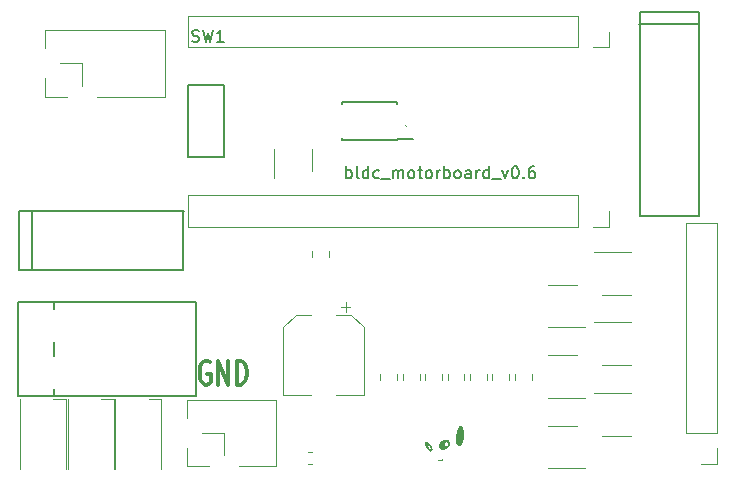
<source format=gbr>
G04 #@! TF.GenerationSoftware,KiCad,Pcbnew,5.0.2-bee76a0~70~ubuntu18.04.1*
G04 #@! TF.CreationDate,2019-11-21T20:22:08+01:00*
G04 #@! TF.ProjectId,board,626f6172-642e-46b6-9963-61645f706362,rev?*
G04 #@! TF.SameCoordinates,Original*
G04 #@! TF.FileFunction,Legend,Top*
G04 #@! TF.FilePolarity,Positive*
%FSLAX46Y46*%
G04 Gerber Fmt 4.6, Leading zero omitted, Abs format (unit mm)*
G04 Created by KiCad (PCBNEW 5.0.2-bee76a0~70~ubuntu18.04.1) date Thu 21 Nov 2019 08:22:08 PM CET*
%MOMM*%
%LPD*%
G01*
G04 APERTURE LIST*
%ADD10C,0.120000*%
%ADD11C,0.300000*%
%ADD12C,0.150000*%
%ADD13C,0.010000*%
%ADD14C,0.060000*%
%ADD15C,0.127000*%
G04 APERTURE END LIST*
D10*
X125900000Y-109700000D02*
X126000000Y-109800000D01*
D11*
X109347142Y-129810000D02*
X109204285Y-129714761D01*
X108990000Y-129714761D01*
X108775714Y-129810000D01*
X108632857Y-130000476D01*
X108561428Y-130190952D01*
X108490000Y-130571904D01*
X108490000Y-130857619D01*
X108561428Y-131238571D01*
X108632857Y-131429047D01*
X108775714Y-131619523D01*
X108990000Y-131714761D01*
X109132857Y-131714761D01*
X109347142Y-131619523D01*
X109418571Y-131524285D01*
X109418571Y-130857619D01*
X109132857Y-130857619D01*
X110061428Y-131714761D02*
X110061428Y-129714761D01*
X110918571Y-131714761D01*
X110918571Y-129714761D01*
X111632857Y-131714761D02*
X111632857Y-129714761D01*
X111990000Y-129714761D01*
X112204285Y-129810000D01*
X112347142Y-130000476D01*
X112418571Y-130190952D01*
X112490000Y-130571904D01*
X112490000Y-130857619D01*
X112418571Y-131238571D01*
X112347142Y-131429047D01*
X112204285Y-131619523D01*
X111990000Y-131714761D01*
X111632857Y-131714761D01*
D12*
X120923809Y-114252380D02*
X120923809Y-113252380D01*
X120923809Y-113633333D02*
X121019047Y-113585714D01*
X121209523Y-113585714D01*
X121304761Y-113633333D01*
X121352380Y-113680952D01*
X121400000Y-113776190D01*
X121400000Y-114061904D01*
X121352380Y-114157142D01*
X121304761Y-114204761D01*
X121209523Y-114252380D01*
X121019047Y-114252380D01*
X120923809Y-114204761D01*
X121971428Y-114252380D02*
X121876190Y-114204761D01*
X121828571Y-114109523D01*
X121828571Y-113252380D01*
X122780952Y-114252380D02*
X122780952Y-113252380D01*
X122780952Y-114204761D02*
X122685714Y-114252380D01*
X122495238Y-114252380D01*
X122400000Y-114204761D01*
X122352380Y-114157142D01*
X122304761Y-114061904D01*
X122304761Y-113776190D01*
X122352380Y-113680952D01*
X122400000Y-113633333D01*
X122495238Y-113585714D01*
X122685714Y-113585714D01*
X122780952Y-113633333D01*
X123685714Y-114204761D02*
X123590476Y-114252380D01*
X123400000Y-114252380D01*
X123304761Y-114204761D01*
X123257142Y-114157142D01*
X123209523Y-114061904D01*
X123209523Y-113776190D01*
X123257142Y-113680952D01*
X123304761Y-113633333D01*
X123400000Y-113585714D01*
X123590476Y-113585714D01*
X123685714Y-113633333D01*
X123876190Y-114347619D02*
X124638095Y-114347619D01*
X124876190Y-114252380D02*
X124876190Y-113585714D01*
X124876190Y-113680952D02*
X124923809Y-113633333D01*
X125019047Y-113585714D01*
X125161904Y-113585714D01*
X125257142Y-113633333D01*
X125304761Y-113728571D01*
X125304761Y-114252380D01*
X125304761Y-113728571D02*
X125352380Y-113633333D01*
X125447619Y-113585714D01*
X125590476Y-113585714D01*
X125685714Y-113633333D01*
X125733333Y-113728571D01*
X125733333Y-114252380D01*
X126352380Y-114252380D02*
X126257142Y-114204761D01*
X126209523Y-114157142D01*
X126161904Y-114061904D01*
X126161904Y-113776190D01*
X126209523Y-113680952D01*
X126257142Y-113633333D01*
X126352380Y-113585714D01*
X126495238Y-113585714D01*
X126590476Y-113633333D01*
X126638095Y-113680952D01*
X126685714Y-113776190D01*
X126685714Y-114061904D01*
X126638095Y-114157142D01*
X126590476Y-114204761D01*
X126495238Y-114252380D01*
X126352380Y-114252380D01*
X126971428Y-113585714D02*
X127352380Y-113585714D01*
X127114285Y-113252380D02*
X127114285Y-114109523D01*
X127161904Y-114204761D01*
X127257142Y-114252380D01*
X127352380Y-114252380D01*
X127828571Y-114252380D02*
X127733333Y-114204761D01*
X127685714Y-114157142D01*
X127638095Y-114061904D01*
X127638095Y-113776190D01*
X127685714Y-113680952D01*
X127733333Y-113633333D01*
X127828571Y-113585714D01*
X127971428Y-113585714D01*
X128066666Y-113633333D01*
X128114285Y-113680952D01*
X128161904Y-113776190D01*
X128161904Y-114061904D01*
X128114285Y-114157142D01*
X128066666Y-114204761D01*
X127971428Y-114252380D01*
X127828571Y-114252380D01*
X128590476Y-114252380D02*
X128590476Y-113585714D01*
X128590476Y-113776190D02*
X128638095Y-113680952D01*
X128685714Y-113633333D01*
X128780952Y-113585714D01*
X128876190Y-113585714D01*
X129209523Y-114252380D02*
X129209523Y-113252380D01*
X129209523Y-113633333D02*
X129304761Y-113585714D01*
X129495238Y-113585714D01*
X129590476Y-113633333D01*
X129638095Y-113680952D01*
X129685714Y-113776190D01*
X129685714Y-114061904D01*
X129638095Y-114157142D01*
X129590476Y-114204761D01*
X129495238Y-114252380D01*
X129304761Y-114252380D01*
X129209523Y-114204761D01*
X130257142Y-114252380D02*
X130161904Y-114204761D01*
X130114285Y-114157142D01*
X130066666Y-114061904D01*
X130066666Y-113776190D01*
X130114285Y-113680952D01*
X130161904Y-113633333D01*
X130257142Y-113585714D01*
X130400000Y-113585714D01*
X130495238Y-113633333D01*
X130542857Y-113680952D01*
X130590476Y-113776190D01*
X130590476Y-114061904D01*
X130542857Y-114157142D01*
X130495238Y-114204761D01*
X130400000Y-114252380D01*
X130257142Y-114252380D01*
X131447619Y-114252380D02*
X131447619Y-113728571D01*
X131400000Y-113633333D01*
X131304761Y-113585714D01*
X131114285Y-113585714D01*
X131019047Y-113633333D01*
X131447619Y-114204761D02*
X131352380Y-114252380D01*
X131114285Y-114252380D01*
X131019047Y-114204761D01*
X130971428Y-114109523D01*
X130971428Y-114014285D01*
X131019047Y-113919047D01*
X131114285Y-113871428D01*
X131352380Y-113871428D01*
X131447619Y-113823809D01*
X131923809Y-114252380D02*
X131923809Y-113585714D01*
X131923809Y-113776190D02*
X131971428Y-113680952D01*
X132019047Y-113633333D01*
X132114285Y-113585714D01*
X132209523Y-113585714D01*
X132971428Y-114252380D02*
X132971428Y-113252380D01*
X132971428Y-114204761D02*
X132876190Y-114252380D01*
X132685714Y-114252380D01*
X132590476Y-114204761D01*
X132542857Y-114157142D01*
X132495238Y-114061904D01*
X132495238Y-113776190D01*
X132542857Y-113680952D01*
X132590476Y-113633333D01*
X132685714Y-113585714D01*
X132876190Y-113585714D01*
X132971428Y-113633333D01*
X133209523Y-114347619D02*
X133971428Y-114347619D01*
X134114285Y-113585714D02*
X134352380Y-114252380D01*
X134590476Y-113585714D01*
X135161904Y-113252380D02*
X135257142Y-113252380D01*
X135352380Y-113300000D01*
X135400000Y-113347619D01*
X135447619Y-113442857D01*
X135495238Y-113633333D01*
X135495238Y-113871428D01*
X135447619Y-114061904D01*
X135400000Y-114157142D01*
X135352380Y-114204761D01*
X135257142Y-114252380D01*
X135161904Y-114252380D01*
X135066666Y-114204761D01*
X135019047Y-114157142D01*
X134971428Y-114061904D01*
X134923809Y-113871428D01*
X134923809Y-113633333D01*
X134971428Y-113442857D01*
X135019047Y-113347619D01*
X135066666Y-113300000D01*
X135161904Y-113252380D01*
X135923809Y-114157142D02*
X135971428Y-114204761D01*
X135923809Y-114252380D01*
X135876190Y-114204761D01*
X135923809Y-114157142D01*
X135923809Y-114252380D01*
X136828571Y-113252380D02*
X136638095Y-113252380D01*
X136542857Y-113300000D01*
X136495238Y-113347619D01*
X136400000Y-113490476D01*
X136352380Y-113680952D01*
X136352380Y-114061904D01*
X136400000Y-114157142D01*
X136447619Y-114204761D01*
X136542857Y-114252380D01*
X136733333Y-114252380D01*
X136828571Y-114204761D01*
X136876190Y-114157142D01*
X136923809Y-114061904D01*
X136923809Y-113823809D01*
X136876190Y-113728571D01*
X136828571Y-113680952D01*
X136733333Y-113633333D01*
X136542857Y-113633333D01*
X136447619Y-113680952D01*
X136400000Y-113728571D01*
X136352380Y-113823809D01*
D10*
G04 #@! TO.C,C32*
X118035000Y-120391422D02*
X118035000Y-120908578D01*
X119455000Y-120391422D02*
X119455000Y-120908578D01*
G04 #@! TO.C,J6*
X143148000Y-101836000D02*
X143148000Y-103166000D01*
X143148000Y-103166000D02*
X141818000Y-103166000D01*
X140548000Y-103166000D02*
X107468000Y-103166000D01*
X107468000Y-100506000D02*
X107468000Y-103166000D01*
X140548000Y-100506000D02*
X107468000Y-100506000D01*
X140548000Y-100506000D02*
X140548000Y-103166000D01*
G04 #@! TO.C,Q2*
X141150000Y-132850000D02*
X138020000Y-132850000D01*
X140480000Y-129250000D02*
X138020000Y-129250000D01*
G04 #@! TO.C,D4*
X97350000Y-138850000D02*
X97350000Y-132950000D01*
X101250000Y-138850000D02*
X101250000Y-132950000D01*
X101250000Y-132950000D02*
X100175000Y-132950000D01*
G04 #@! TO.C,D5*
X97150000Y-132950000D02*
X96075000Y-132950000D01*
X97150000Y-138850000D02*
X97150000Y-132950000D01*
X93250000Y-138850000D02*
X93250000Y-132950000D01*
G04 #@! TO.C,C21*
X129010000Y-130841422D02*
X129010000Y-131358578D01*
X127590000Y-130841422D02*
X127590000Y-131358578D01*
G04 #@! TO.C,C19*
X133290000Y-130841422D02*
X133290000Y-131358578D01*
X134710000Y-130841422D02*
X134710000Y-131358578D01*
G04 #@! TO.C,C18*
X132810000Y-130841422D02*
X132810000Y-131358578D01*
X131390000Y-130841422D02*
X131390000Y-131358578D01*
G04 #@! TO.C,C25*
X115590000Y-132610000D02*
X117940000Y-132610000D01*
X122410000Y-132610000D02*
X120060000Y-132610000D01*
X122410000Y-126854437D02*
X122410000Y-132610000D01*
X115590000Y-126854437D02*
X115590000Y-132610000D01*
X116654437Y-125790000D02*
X117940000Y-125790000D01*
X121345563Y-125790000D02*
X120060000Y-125790000D01*
X121345563Y-125790000D02*
X122410000Y-126854437D01*
X116654437Y-125790000D02*
X115590000Y-126854437D01*
X120847500Y-124762500D02*
X120847500Y-125550000D01*
X121241250Y-125156250D02*
X120453750Y-125156250D01*
G04 #@! TO.C,J7*
X140548000Y-115706000D02*
X140548000Y-118366000D01*
X140548000Y-115706000D02*
X107468000Y-115706000D01*
X107468000Y-115706000D02*
X107468000Y-118366000D01*
X140548000Y-118366000D02*
X107468000Y-118366000D01*
X143148000Y-118366000D02*
X141818000Y-118366000D01*
X143148000Y-117036000D02*
X143148000Y-118366000D01*
G04 #@! TO.C,J2*
X152307600Y-138439200D02*
X150977600Y-138439200D01*
X152307600Y-137109200D02*
X152307600Y-138439200D01*
X152307600Y-135839200D02*
X149647600Y-135839200D01*
X149647600Y-135839200D02*
X149647600Y-117999200D01*
X152307600Y-135839200D02*
X152307600Y-117999200D01*
X152307600Y-117999200D02*
X149647600Y-117999200D01*
G04 #@! TO.C,D1*
X117628733Y-138410000D02*
X117971267Y-138410000D01*
X117628733Y-137390000D02*
X117971267Y-137390000D01*
D12*
G04 #@! TO.C,J3*
X108150000Y-124700000D02*
X93150000Y-124700000D01*
X108150000Y-132700000D02*
X108150000Y-124700000D01*
X93150000Y-132700000D02*
X108150000Y-132700000D01*
X93150000Y-124700000D02*
X93150000Y-132700000D01*
X96150000Y-132700000D02*
X96150000Y-132100000D01*
X96150000Y-129300000D02*
X96150000Y-128100000D01*
X96150000Y-124700000D02*
X96150000Y-125300000D01*
D10*
G04 #@! TO.C,Q1*
X141150000Y-126855000D02*
X138020000Y-126855000D01*
X140480000Y-123255000D02*
X138020000Y-123255000D01*
G04 #@! TO.C,Q4*
X141900000Y-120500000D02*
X145030000Y-120500000D01*
X142570000Y-124100000D02*
X145030000Y-124100000D01*
G04 #@! TO.C,Q5*
X141900000Y-126450000D02*
X145030000Y-126450000D01*
X142570000Y-130050000D02*
X145030000Y-130050000D01*
G04 #@! TO.C,Q3*
X141150000Y-138800000D02*
X138020000Y-138800000D01*
X140480000Y-135200000D02*
X138020000Y-135200000D01*
G04 #@! TO.C,Q6*
X141900000Y-132450000D02*
X145030000Y-132450000D01*
X142570000Y-136050000D02*
X145030000Y-136050000D01*
G04 #@! TO.C,C27*
X123790000Y-130841422D02*
X123790000Y-131358578D01*
X125210000Y-130841422D02*
X125210000Y-131358578D01*
G04 #@! TO.C,C20*
X125690000Y-130841422D02*
X125690000Y-131358578D01*
X127110000Y-130841422D02*
X127110000Y-131358578D01*
G04 #@! TO.C,C7*
X129490000Y-130841422D02*
X129490000Y-131358578D01*
X130910000Y-130841422D02*
X130910000Y-131358578D01*
G04 #@! TO.C,J5*
X99840000Y-107330000D02*
X105525000Y-107330000D01*
X105525000Y-107330000D02*
X105525000Y-101730000D01*
X95425000Y-101730000D02*
X105525000Y-101730000D01*
X95425000Y-103260000D02*
X95425000Y-101730000D01*
X96700000Y-104530000D02*
X98570000Y-104530000D01*
X98570000Y-104530000D02*
X98570000Y-106400000D01*
X97300000Y-107330000D02*
X95425000Y-107330000D01*
X95425000Y-107330000D02*
X95425000Y-105800000D01*
G04 #@! TO.C,D3*
X101350000Y-138850000D02*
X101350000Y-132950000D01*
X105250000Y-138850000D02*
X105250000Y-132950000D01*
X105250000Y-132950000D02*
X104175000Y-132950000D01*
G04 #@! TO.C,J9*
X111835000Y-138650000D02*
X114950000Y-138650000D01*
X114950000Y-138650000D02*
X114950000Y-133050000D01*
X107450000Y-133050000D02*
X114950000Y-133050000D01*
X107450000Y-134580000D02*
X107450000Y-133050000D01*
X108695000Y-135850000D02*
X110565000Y-135850000D01*
X110565000Y-135850000D02*
X110565000Y-137720000D01*
X109295000Y-138650000D02*
X107450000Y-138650000D01*
X107450000Y-138650000D02*
X107450000Y-137120000D01*
G04 #@! TO.C,C30*
X136610000Y-130841422D02*
X136610000Y-131358578D01*
X135190000Y-130841422D02*
X135190000Y-131358578D01*
D13*
G04 #@! TO.C,H3*
G36*
X130578201Y-135239738D02*
X130598348Y-135241965D01*
X130615863Y-135245564D01*
X130631188Y-135251308D01*
X130644766Y-135259971D01*
X130657039Y-135272324D01*
X130668450Y-135289140D01*
X130679440Y-135311193D01*
X130690453Y-135339255D01*
X130701931Y-135374099D01*
X130714316Y-135416498D01*
X130728050Y-135467225D01*
X130743577Y-135527052D01*
X130744299Y-135529867D01*
X130761506Y-135602474D01*
X130775540Y-135674276D01*
X130786689Y-135747443D01*
X130795238Y-135824150D01*
X130801474Y-135906569D01*
X130805609Y-135994760D01*
X130806717Y-136028405D01*
X130807222Y-136054525D01*
X130806933Y-136075749D01*
X130805658Y-136094703D01*
X130803208Y-136114014D01*
X130799391Y-136136309D01*
X130794016Y-136164217D01*
X130792872Y-136170020D01*
X130776391Y-136248711D01*
X130758865Y-136323406D01*
X130740546Y-136393339D01*
X130721687Y-136457741D01*
X130702541Y-136515845D01*
X130683359Y-136566882D01*
X130664394Y-136610085D01*
X130645900Y-136644686D01*
X130628657Y-136669293D01*
X130617953Y-136682749D01*
X130603677Y-136701717D01*
X130587975Y-136723311D01*
X130577487Y-136738152D01*
X130551986Y-136772275D01*
X130528222Y-136799201D01*
X130506922Y-136818184D01*
X130489823Y-136828106D01*
X130477848Y-136830698D01*
X130460149Y-136832358D01*
X130445639Y-136832712D01*
X130429049Y-136831866D01*
X130413769Y-136829024D01*
X130396746Y-136823303D01*
X130374929Y-136813818D01*
X130365960Y-136809618D01*
X130343192Y-136797894D01*
X130321706Y-136785181D01*
X130304652Y-136773418D01*
X130298199Y-136767955D01*
X130275298Y-136739710D01*
X130255228Y-136701883D01*
X130237972Y-136654420D01*
X130223507Y-136597269D01*
X130214959Y-136551020D01*
X130212442Y-136533764D01*
X130210422Y-136515587D01*
X130208848Y-136495174D01*
X130207672Y-136471208D01*
X130206843Y-136442375D01*
X130206312Y-136407359D01*
X130206029Y-136364844D01*
X130205945Y-136313516D01*
X130205945Y-136312260D01*
X130206068Y-136255778D01*
X130206514Y-136207431D01*
X130207403Y-136165192D01*
X130208857Y-136127037D01*
X130210997Y-136090942D01*
X130213942Y-136054882D01*
X130217814Y-136016833D01*
X130222734Y-135974769D01*
X130228823Y-135926667D01*
X130229068Y-135924778D01*
X130238126Y-135867754D01*
X130250976Y-135805299D01*
X130267031Y-135739301D01*
X130285706Y-135671648D01*
X130306413Y-135604227D01*
X130328565Y-135538927D01*
X130351577Y-135477635D01*
X130374862Y-135422239D01*
X130397832Y-135374626D01*
X130403030Y-135364937D01*
X130430897Y-135320835D01*
X130461983Y-135283517D01*
X130462588Y-135282896D01*
X130485380Y-135261619D01*
X130506068Y-135247902D01*
X130527763Y-135240583D01*
X130553575Y-135238502D01*
X130578201Y-135239738D01*
X130578201Y-135239738D01*
G37*
X130578201Y-135239738D02*
X130598348Y-135241965D01*
X130615863Y-135245564D01*
X130631188Y-135251308D01*
X130644766Y-135259971D01*
X130657039Y-135272324D01*
X130668450Y-135289140D01*
X130679440Y-135311193D01*
X130690453Y-135339255D01*
X130701931Y-135374099D01*
X130714316Y-135416498D01*
X130728050Y-135467225D01*
X130743577Y-135527052D01*
X130744299Y-135529867D01*
X130761506Y-135602474D01*
X130775540Y-135674276D01*
X130786689Y-135747443D01*
X130795238Y-135824150D01*
X130801474Y-135906569D01*
X130805609Y-135994760D01*
X130806717Y-136028405D01*
X130807222Y-136054525D01*
X130806933Y-136075749D01*
X130805658Y-136094703D01*
X130803208Y-136114014D01*
X130799391Y-136136309D01*
X130794016Y-136164217D01*
X130792872Y-136170020D01*
X130776391Y-136248711D01*
X130758865Y-136323406D01*
X130740546Y-136393339D01*
X130721687Y-136457741D01*
X130702541Y-136515845D01*
X130683359Y-136566882D01*
X130664394Y-136610085D01*
X130645900Y-136644686D01*
X130628657Y-136669293D01*
X130617953Y-136682749D01*
X130603677Y-136701717D01*
X130587975Y-136723311D01*
X130577487Y-136738152D01*
X130551986Y-136772275D01*
X130528222Y-136799201D01*
X130506922Y-136818184D01*
X130489823Y-136828106D01*
X130477848Y-136830698D01*
X130460149Y-136832358D01*
X130445639Y-136832712D01*
X130429049Y-136831866D01*
X130413769Y-136829024D01*
X130396746Y-136823303D01*
X130374929Y-136813818D01*
X130365960Y-136809618D01*
X130343192Y-136797894D01*
X130321706Y-136785181D01*
X130304652Y-136773418D01*
X130298199Y-136767955D01*
X130275298Y-136739710D01*
X130255228Y-136701883D01*
X130237972Y-136654420D01*
X130223507Y-136597269D01*
X130214959Y-136551020D01*
X130212442Y-136533764D01*
X130210422Y-136515587D01*
X130208848Y-136495174D01*
X130207672Y-136471208D01*
X130206843Y-136442375D01*
X130206312Y-136407359D01*
X130206029Y-136364844D01*
X130205945Y-136313516D01*
X130205945Y-136312260D01*
X130206068Y-136255778D01*
X130206514Y-136207431D01*
X130207403Y-136165192D01*
X130208857Y-136127037D01*
X130210997Y-136090942D01*
X130213942Y-136054882D01*
X130217814Y-136016833D01*
X130222734Y-135974769D01*
X130228823Y-135926667D01*
X130229068Y-135924778D01*
X130238126Y-135867754D01*
X130250976Y-135805299D01*
X130267031Y-135739301D01*
X130285706Y-135671648D01*
X130306413Y-135604227D01*
X130328565Y-135538927D01*
X130351577Y-135477635D01*
X130374862Y-135422239D01*
X130397832Y-135374626D01*
X130403030Y-135364937D01*
X130430897Y-135320835D01*
X130461983Y-135283517D01*
X130462588Y-135282896D01*
X130485380Y-135261619D01*
X130506068Y-135247902D01*
X130527763Y-135240583D01*
X130553575Y-135238502D01*
X130578201Y-135239738D01*
G04 #@! TO.C,H4*
G36*
X129328423Y-136401777D02*
X129366263Y-136405066D01*
X129386759Y-136408897D01*
X129438390Y-136425874D01*
X129483060Y-136449654D01*
X129520646Y-136479527D01*
X129551024Y-136514781D01*
X129574071Y-136554703D01*
X129589661Y-136598583D01*
X129597672Y-136645708D01*
X129597980Y-136695366D01*
X129590461Y-136746846D01*
X129574990Y-136799436D01*
X129551445Y-136852424D01*
X129519701Y-136905099D01*
X129481669Y-136954398D01*
X129432024Y-137005506D01*
X129377034Y-137050255D01*
X129317863Y-137088142D01*
X129255678Y-137118666D01*
X129191645Y-137141325D01*
X129126929Y-137155617D01*
X129062695Y-137161041D01*
X129008218Y-137158169D01*
X128953393Y-137147107D01*
X128904297Y-137128036D01*
X128861371Y-137101148D01*
X128842887Y-137085333D01*
X128811140Y-137051436D01*
X128788000Y-137016962D01*
X128772118Y-136979320D01*
X128762141Y-136935916D01*
X128760986Y-136928145D01*
X128758426Y-136873755D01*
X128765286Y-136818691D01*
X128780934Y-136763752D01*
X128794275Y-136733475D01*
X129159164Y-136733475D01*
X129161545Y-136755112D01*
X129174506Y-136799304D01*
X129195689Y-136838657D01*
X129224198Y-136872122D01*
X129259137Y-136898653D01*
X129299610Y-136917204D01*
X129300453Y-136917481D01*
X129320411Y-136921460D01*
X129347461Y-136923152D01*
X129365684Y-136922976D01*
X129389938Y-136921571D01*
X129408324Y-136918634D01*
X129425122Y-136913176D01*
X129442690Y-136905155D01*
X129479679Y-136881788D01*
X129510282Y-136851948D01*
X129533754Y-136817048D01*
X129549349Y-136778504D01*
X129556322Y-136737728D01*
X129553925Y-136696134D01*
X129553670Y-136694722D01*
X129540966Y-136652824D01*
X129519644Y-136614438D01*
X129490985Y-136581215D01*
X129456270Y-136554806D01*
X129437445Y-136544858D01*
X129407518Y-136535350D01*
X129372396Y-136530786D01*
X129335790Y-136531225D01*
X129301413Y-136536724D01*
X129283531Y-136542426D01*
X129248383Y-136561486D01*
X129217691Y-136587944D01*
X129192440Y-136620087D01*
X129173613Y-136656199D01*
X129162193Y-136694567D01*
X129159164Y-136733475D01*
X128794275Y-136733475D01*
X128804736Y-136709736D01*
X128836061Y-136657441D01*
X128874274Y-136607666D01*
X128918745Y-136561207D01*
X128968840Y-136518864D01*
X129023926Y-136481434D01*
X129083370Y-136449716D01*
X129146541Y-136424507D01*
X129164886Y-136418701D01*
X129201263Y-136410238D01*
X129242757Y-136404503D01*
X129286199Y-136401636D01*
X129328423Y-136401777D01*
X129328423Y-136401777D01*
G37*
X129328423Y-136401777D02*
X129366263Y-136405066D01*
X129386759Y-136408897D01*
X129438390Y-136425874D01*
X129483060Y-136449654D01*
X129520646Y-136479527D01*
X129551024Y-136514781D01*
X129574071Y-136554703D01*
X129589661Y-136598583D01*
X129597672Y-136645708D01*
X129597980Y-136695366D01*
X129590461Y-136746846D01*
X129574990Y-136799436D01*
X129551445Y-136852424D01*
X129519701Y-136905099D01*
X129481669Y-136954398D01*
X129432024Y-137005506D01*
X129377034Y-137050255D01*
X129317863Y-137088142D01*
X129255678Y-137118666D01*
X129191645Y-137141325D01*
X129126929Y-137155617D01*
X129062695Y-137161041D01*
X129008218Y-137158169D01*
X128953393Y-137147107D01*
X128904297Y-137128036D01*
X128861371Y-137101148D01*
X128842887Y-137085333D01*
X128811140Y-137051436D01*
X128788000Y-137016962D01*
X128772118Y-136979320D01*
X128762141Y-136935916D01*
X128760986Y-136928145D01*
X128758426Y-136873755D01*
X128765286Y-136818691D01*
X128780934Y-136763752D01*
X128794275Y-136733475D01*
X129159164Y-136733475D01*
X129161545Y-136755112D01*
X129174506Y-136799304D01*
X129195689Y-136838657D01*
X129224198Y-136872122D01*
X129259137Y-136898653D01*
X129299610Y-136917204D01*
X129300453Y-136917481D01*
X129320411Y-136921460D01*
X129347461Y-136923152D01*
X129365684Y-136922976D01*
X129389938Y-136921571D01*
X129408324Y-136918634D01*
X129425122Y-136913176D01*
X129442690Y-136905155D01*
X129479679Y-136881788D01*
X129510282Y-136851948D01*
X129533754Y-136817048D01*
X129549349Y-136778504D01*
X129556322Y-136737728D01*
X129553925Y-136696134D01*
X129553670Y-136694722D01*
X129540966Y-136652824D01*
X129519644Y-136614438D01*
X129490985Y-136581215D01*
X129456270Y-136554806D01*
X129437445Y-136544858D01*
X129407518Y-136535350D01*
X129372396Y-136530786D01*
X129335790Y-136531225D01*
X129301413Y-136536724D01*
X129283531Y-136542426D01*
X129248383Y-136561486D01*
X129217691Y-136587944D01*
X129192440Y-136620087D01*
X129173613Y-136656199D01*
X129162193Y-136694567D01*
X129159164Y-136733475D01*
X128794275Y-136733475D01*
X128804736Y-136709736D01*
X128836061Y-136657441D01*
X128874274Y-136607666D01*
X128918745Y-136561207D01*
X128968840Y-136518864D01*
X129023926Y-136481434D01*
X129083370Y-136449716D01*
X129146541Y-136424507D01*
X129164886Y-136418701D01*
X129201263Y-136410238D01*
X129242757Y-136404503D01*
X129286199Y-136401636D01*
X129328423Y-136401777D01*
G36*
X127703665Y-136592400D02*
X127721199Y-136594815D01*
X127737879Y-136600076D01*
X127756678Y-136608404D01*
X127806544Y-136636810D01*
X127856028Y-136674026D01*
X127904186Y-136718713D01*
X127950077Y-136769536D01*
X127992757Y-136825158D01*
X128031285Y-136884244D01*
X128064717Y-136945456D01*
X128092112Y-137007459D01*
X128112526Y-137068917D01*
X128125018Y-137128492D01*
X128125381Y-137131129D01*
X128128149Y-137174196D01*
X128124456Y-137212257D01*
X128114593Y-137244427D01*
X128098853Y-137269822D01*
X128077525Y-137287556D01*
X128073187Y-137289832D01*
X128045219Y-137298318D01*
X128013409Y-137299581D01*
X127981189Y-137293488D01*
X127980740Y-137293346D01*
X127937203Y-137275057D01*
X127892270Y-137247842D01*
X127846881Y-137212665D01*
X127801976Y-137170487D01*
X127758495Y-137122272D01*
X127717378Y-137068982D01*
X127679565Y-137011579D01*
X127645996Y-136951026D01*
X127645540Y-136950119D01*
X127620181Y-136895845D01*
X127611711Y-136873574D01*
X127765284Y-136873574D01*
X127765543Y-136901315D01*
X127768121Y-136929311D01*
X127772567Y-136952702D01*
X127782407Y-136982865D01*
X127796999Y-137017156D01*
X127814535Y-137051944D01*
X127833208Y-137083596D01*
X127848382Y-137105022D01*
X127879895Y-137140806D01*
X127911152Y-137168895D01*
X127941506Y-137189000D01*
X127970309Y-137200834D01*
X127996913Y-137204109D01*
X128020670Y-137198538D01*
X128036133Y-137188466D01*
X128050767Y-137171999D01*
X128060019Y-137152003D01*
X128064606Y-137126313D01*
X128065402Y-137100316D01*
X128061584Y-137061085D01*
X128051587Y-137020767D01*
X128036265Y-136980451D01*
X128016466Y-136941228D01*
X127993042Y-136904188D01*
X127966844Y-136870421D01*
X127938723Y-136841018D01*
X127909529Y-136817069D01*
X127880113Y-136799664D01*
X127851326Y-136789894D01*
X127824019Y-136788849D01*
X127822521Y-136789075D01*
X127800226Y-136797610D01*
X127781870Y-136814429D01*
X127771805Y-136831686D01*
X127767365Y-136849295D01*
X127765284Y-136873574D01*
X127611711Y-136873574D01*
X127601505Y-136846742D01*
X127588956Y-136800850D01*
X127581980Y-136756209D01*
X127580024Y-136718820D01*
X127580147Y-136693734D01*
X127581356Y-136675780D01*
X127584108Y-136661950D01*
X127588861Y-136649235D01*
X127591443Y-136643751D01*
X127602212Y-136626421D01*
X127615671Y-136610733D01*
X127621471Y-136605651D01*
X127631774Y-136598608D01*
X127641873Y-136594452D01*
X127654939Y-136592443D01*
X127674145Y-136591838D01*
X127680641Y-136591820D01*
X127703665Y-136592400D01*
X127703665Y-136592400D01*
G37*
X127703665Y-136592400D02*
X127721199Y-136594815D01*
X127737879Y-136600076D01*
X127756678Y-136608404D01*
X127806544Y-136636810D01*
X127856028Y-136674026D01*
X127904186Y-136718713D01*
X127950077Y-136769536D01*
X127992757Y-136825158D01*
X128031285Y-136884244D01*
X128064717Y-136945456D01*
X128092112Y-137007459D01*
X128112526Y-137068917D01*
X128125018Y-137128492D01*
X128125381Y-137131129D01*
X128128149Y-137174196D01*
X128124456Y-137212257D01*
X128114593Y-137244427D01*
X128098853Y-137269822D01*
X128077525Y-137287556D01*
X128073187Y-137289832D01*
X128045219Y-137298318D01*
X128013409Y-137299581D01*
X127981189Y-137293488D01*
X127980740Y-137293346D01*
X127937203Y-137275057D01*
X127892270Y-137247842D01*
X127846881Y-137212665D01*
X127801976Y-137170487D01*
X127758495Y-137122272D01*
X127717378Y-137068982D01*
X127679565Y-137011579D01*
X127645996Y-136951026D01*
X127645540Y-136950119D01*
X127620181Y-136895845D01*
X127611711Y-136873574D01*
X127765284Y-136873574D01*
X127765543Y-136901315D01*
X127768121Y-136929311D01*
X127772567Y-136952702D01*
X127782407Y-136982865D01*
X127796999Y-137017156D01*
X127814535Y-137051944D01*
X127833208Y-137083596D01*
X127848382Y-137105022D01*
X127879895Y-137140806D01*
X127911152Y-137168895D01*
X127941506Y-137189000D01*
X127970309Y-137200834D01*
X127996913Y-137204109D01*
X128020670Y-137198538D01*
X128036133Y-137188466D01*
X128050767Y-137171999D01*
X128060019Y-137152003D01*
X128064606Y-137126313D01*
X128065402Y-137100316D01*
X128061584Y-137061085D01*
X128051587Y-137020767D01*
X128036265Y-136980451D01*
X128016466Y-136941228D01*
X127993042Y-136904188D01*
X127966844Y-136870421D01*
X127938723Y-136841018D01*
X127909529Y-136817069D01*
X127880113Y-136799664D01*
X127851326Y-136789894D01*
X127824019Y-136788849D01*
X127822521Y-136789075D01*
X127800226Y-136797610D01*
X127781870Y-136814429D01*
X127771805Y-136831686D01*
X127767365Y-136849295D01*
X127765284Y-136873574D01*
X127611711Y-136873574D01*
X127601505Y-136846742D01*
X127588956Y-136800850D01*
X127581980Y-136756209D01*
X127580024Y-136718820D01*
X127580147Y-136693734D01*
X127581356Y-136675780D01*
X127584108Y-136661950D01*
X127588861Y-136649235D01*
X127591443Y-136643751D01*
X127602212Y-136626421D01*
X127615671Y-136610733D01*
X127621471Y-136605651D01*
X127631774Y-136598608D01*
X127641873Y-136594452D01*
X127654939Y-136592443D01*
X127674145Y-136591838D01*
X127680641Y-136591820D01*
X127703665Y-136592400D01*
D14*
G36*
X129034692Y-138031830D02*
X129038884Y-138037238D01*
X129039842Y-138045434D01*
X129035424Y-138050854D01*
X129023375Y-138058710D01*
X129005655Y-138068093D01*
X128984225Y-138078090D01*
X128961046Y-138087791D01*
X128938078Y-138096284D01*
X128917282Y-138102659D01*
X128915917Y-138103013D01*
X128872856Y-138110486D01*
X128824361Y-138112860D01*
X128773785Y-138110138D01*
X128727500Y-138102965D01*
X128700200Y-138097186D01*
X128681309Y-138092973D01*
X128669286Y-138089840D01*
X128662588Y-138087302D01*
X128659673Y-138084876D01*
X128658999Y-138082076D01*
X128658997Y-138081433D01*
X128660026Y-138073727D01*
X128663898Y-138069084D01*
X128672140Y-138067369D01*
X128686276Y-138068449D01*
X128707832Y-138072190D01*
X128724960Y-138075657D01*
X128783922Y-138085109D01*
X128837388Y-138087441D01*
X128887312Y-138082442D01*
X128935646Y-138069901D01*
X128984342Y-138049609D01*
X128989221Y-138047188D01*
X129011207Y-138036758D01*
X129025915Y-138031654D01*
X129034692Y-138031830D01*
X129034692Y-138031830D01*
G37*
X129034692Y-138031830D02*
X129038884Y-138037238D01*
X129039842Y-138045434D01*
X129035424Y-138050854D01*
X129023375Y-138058710D01*
X129005655Y-138068093D01*
X128984225Y-138078090D01*
X128961046Y-138087791D01*
X128938078Y-138096284D01*
X128917282Y-138102659D01*
X128915917Y-138103013D01*
X128872856Y-138110486D01*
X128824361Y-138112860D01*
X128773785Y-138110138D01*
X128727500Y-138102965D01*
X128700200Y-138097186D01*
X128681309Y-138092973D01*
X128669286Y-138089840D01*
X128662588Y-138087302D01*
X128659673Y-138084876D01*
X128658999Y-138082076D01*
X128658997Y-138081433D01*
X128660026Y-138073727D01*
X128663898Y-138069084D01*
X128672140Y-138067369D01*
X128686276Y-138068449D01*
X128707832Y-138072190D01*
X128724960Y-138075657D01*
X128783922Y-138085109D01*
X128837388Y-138087441D01*
X128887312Y-138082442D01*
X128935646Y-138069901D01*
X128984342Y-138049609D01*
X128989221Y-138047188D01*
X129011207Y-138036758D01*
X129025915Y-138031654D01*
X129034692Y-138031830D01*
D15*
G04 #@! TO.C,J1*
X150747200Y-117473600D02*
X150747200Y-100153600D01*
X150747200Y-100153600D02*
X145747200Y-100153600D01*
X145747200Y-100153600D02*
X145747200Y-117473600D01*
X145747200Y-117473600D02*
X150747200Y-117473600D01*
X145707200Y-101193600D02*
X150787200Y-101193600D01*
G04 #@! TO.C,J4*
X107140000Y-117000000D02*
X93240000Y-117000000D01*
X93240000Y-117000000D02*
X93240000Y-122000000D01*
X93240000Y-122000000D02*
X107110000Y-121990000D01*
X107080000Y-121990000D02*
X107080000Y-116990000D01*
X94280000Y-122040000D02*
X94280000Y-116960000D01*
D12*
G04 #@! TO.C,SW1*
X110550000Y-112490000D02*
X107510000Y-112490000D01*
X107510000Y-112490000D02*
X107510000Y-106320000D01*
X107500000Y-106320000D02*
X110550000Y-106320000D01*
X110550000Y-106320000D02*
X110550000Y-112490000D01*
D10*
G04 #@! TO.C,U4*
X118010000Y-113600000D02*
X118010000Y-111800000D01*
X114790000Y-111800000D02*
X114790000Y-114250000D01*
D12*
G04 #@! TO.C,U6*
X125225000Y-111025000D02*
X125225000Y-110925000D01*
X120575000Y-111025000D02*
X120575000Y-110825000D01*
X120575000Y-107775000D02*
X120575000Y-107975000D01*
X125225000Y-107775000D02*
X125225000Y-107975000D01*
X125225000Y-111025000D02*
X120575000Y-111025000D01*
X125225000Y-107775000D02*
X120575000Y-107775000D01*
X125225000Y-110925000D02*
X126575000Y-110925000D01*
G04 #@! TO.C,SW1*
X107866666Y-102644761D02*
X108009523Y-102692380D01*
X108247619Y-102692380D01*
X108342857Y-102644761D01*
X108390476Y-102597142D01*
X108438095Y-102501904D01*
X108438095Y-102406666D01*
X108390476Y-102311428D01*
X108342857Y-102263809D01*
X108247619Y-102216190D01*
X108057142Y-102168571D01*
X107961904Y-102120952D01*
X107914285Y-102073333D01*
X107866666Y-101978095D01*
X107866666Y-101882857D01*
X107914285Y-101787619D01*
X107961904Y-101740000D01*
X108057142Y-101692380D01*
X108295238Y-101692380D01*
X108438095Y-101740000D01*
X108771428Y-101692380D02*
X109009523Y-102692380D01*
X109200000Y-101978095D01*
X109390476Y-102692380D01*
X109628571Y-101692380D01*
X110533333Y-102692380D02*
X109961904Y-102692380D01*
X110247619Y-102692380D02*
X110247619Y-101692380D01*
X110152380Y-101835238D01*
X110057142Y-101930476D01*
X109961904Y-101978095D01*
G04 #@! TD*
M02*

</source>
